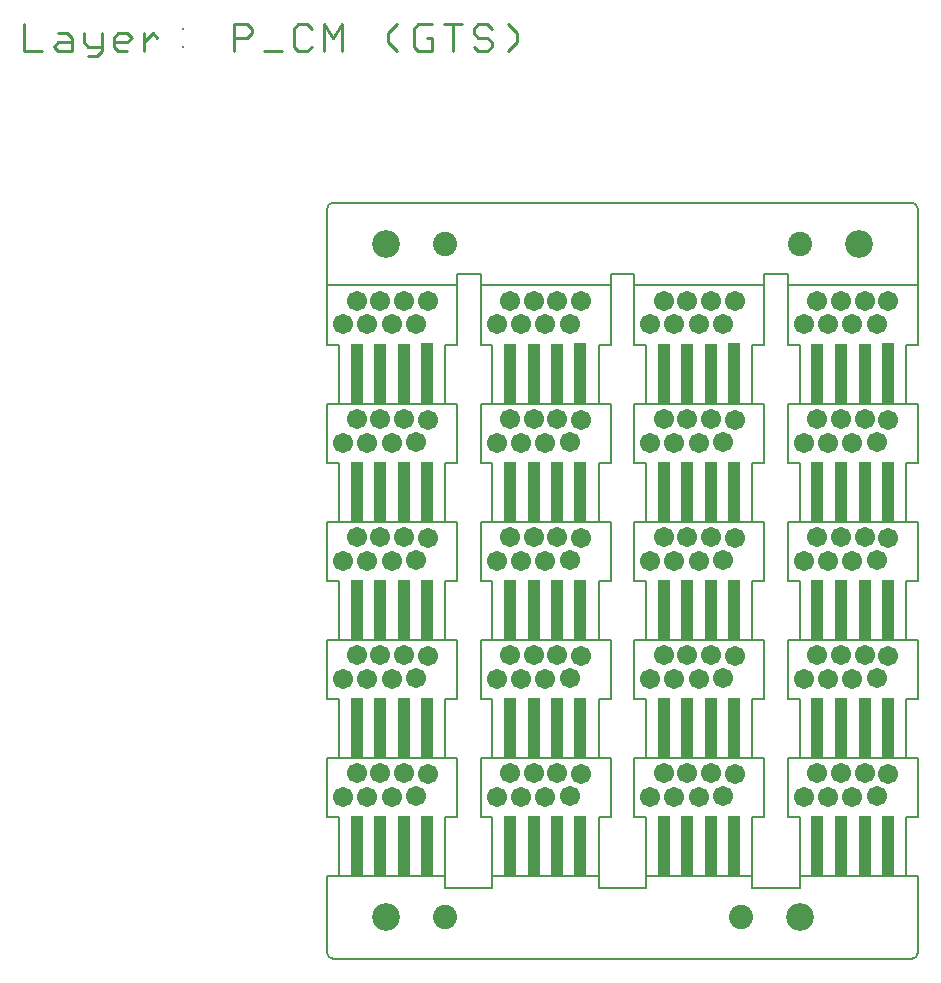
<source format=gts>
*
%FSTAX26Y26*%
%MOIN*%
%ADD10C,0.067055*%
%ADD11C,0.006000*%
%ADD12R,0.044370X0.201850*%
%ADD13C,0.080709*%
%ADD14C,0.092717*%
%ADD15C,0.010000*%
%IPPOS*%
%LNp_cm(gts)*%
%LPD*%
G75*
G54D10*
X00098425Y0061811D03*
X00133858Y0053937D03*
X00255906Y0061811D03*
X00297244Y00541339D03*
X00334646Y00616142D03*
X0005315Y0053937D03*
X00177165Y0061811D03*
X00214567Y0053937D03*
G54D11*
XY00472441D02*
X0003937D01*
Y00275591D01*
X00391732D01*
X00393701Y00277559D01*
Y00472441D01*
X00433071D01*
Y00669291D01*
XD01*
Y00472441D01*
G54D12*
X00098425Y00374016D03*
X00177165D03*
X00255906D03*
X00332677Y00375984D03*
G54D10*
X00098425Y01011811D03*
X00133858Y00933071D03*
X00255906Y01011811D03*
X00297244Y00935039D03*
X00334646Y01009843D03*
X0005315Y00933071D03*
X00177165Y01011811D03*
X00214567Y00933071D03*
G54D11*
XY00866142D02*
X0003937D01*
Y00669291D01*
X00391732D01*
X00393701Y0067126D01*
Y00866142D01*
X00433071D01*
Y01062992D01*
XD01*
Y00866142D01*
G54D12*
X00098425Y00767717D03*
X00177165D03*
X00255906D03*
X00332677Y00769685D03*
G54D10*
X00098425Y01405512D03*
X00133858Y01326772D03*
X00255906Y01405512D03*
X00297244Y0132874D03*
X00334646Y01403543D03*
X0005315Y01326772D03*
X00177165Y01405512D03*
X00214567Y01326772D03*
G54D11*
XY01259843D02*
X0003937D01*
Y01062992D01*
X00391732D01*
X00393701Y01064961D01*
Y01259843D01*
X00433071D01*
Y01456693D01*
XD01*
Y01259843D01*
G54D12*
X00098425Y01161417D03*
X00177165D03*
X00255906D03*
X00332677Y01163386D03*
G54D10*
X00098425Y01799213D03*
X00133858Y01720472D03*
X00255906Y01799213D03*
X00297244Y01722441D03*
X00334646Y01797244D03*
X0005315Y01720472D03*
X00177165Y01799213D03*
X00214567Y01720472D03*
G54D11*
XY01653543D02*
X0003937D01*
Y01456693D01*
X00391732D01*
X00393701Y01458661D01*
Y01653543D01*
X00433071D01*
Y01850394D01*
XD01*
Y01653543D01*
G54D12*
X00098425Y01555118D03*
X00177165D03*
X00255906D03*
X00332677Y01557087D03*
G54D10*
X00098425Y02192913D03*
X00133858Y02114173D03*
X00255906Y02192913D03*
X00297244Y02116142D03*
X00334646Y02190945D03*
X0005315Y02114173D03*
X00177165Y02192913D03*
X00214567Y02114173D03*
G54D11*
XY02047244D02*
X0003937D01*
Y01850394D01*
X00391732D01*
X00393701Y01852362D01*
Y02047244D01*
X00433071D01*
Y02244094D01*
XD01*
Y02047244D01*
G54D12*
X00098425Y01948819D03*
X00177165D03*
X00255906D03*
X00332677Y01950787D03*
G54D10*
X00610236Y0061811D03*
X00645669Y0053937D03*
X00767717Y0061811D03*
X00809055Y00541339D03*
X00846457Y00616142D03*
X00564961Y0053937D03*
X00688976Y0061811D03*
X00726378Y0053937D03*
G54D11*
X00511811Y00472441D02*
X00551181D01*
Y00275591D01*
X00903543D01*
X00905512Y00277559D01*
Y00472441D01*
X00944882D01*
Y00669291D01*
X00511811D01*
Y00472441D01*
G54D12*
X00610236Y00374016D03*
X00688976D03*
X00767717D03*
X00844488Y00375984D03*
G54D10*
X00610236Y01011811D03*
X00645669Y00933071D03*
X00767717Y01011811D03*
X00809055Y00935039D03*
X00846457Y01009843D03*
X00564961Y00933071D03*
X00688976Y01011811D03*
X00726378Y00933071D03*
G54D11*
X00511811Y00866142D02*
X00551181D01*
Y00669291D01*
X00903543D01*
X00905512Y0067126D01*
Y00866142D01*
X00944882D01*
Y01062992D01*
X00511811D01*
Y00866142D01*
G54D12*
X00610236Y00767717D03*
X00688976D03*
X00767717D03*
X00844488Y00769685D03*
G54D10*
X00610236Y01405512D03*
X00645669Y01326772D03*
X00767717Y01405512D03*
X00809055Y0132874D03*
X00846457Y01403543D03*
X00564961Y01326772D03*
X00688976Y01405512D03*
X00726378Y01326772D03*
G54D11*
X00511811Y01259843D02*
X00551181D01*
Y01062992D01*
X00903543D01*
X00905512Y01064961D01*
Y01259843D01*
X00944882D01*
Y01456693D01*
X00511811D01*
Y01259843D01*
G54D12*
X00610236Y01161417D03*
X00688976D03*
X00767717D03*
X00844488Y01163386D03*
G54D10*
X00610236Y01799213D03*
X00645669Y01720472D03*
X00767717Y01799213D03*
X00809055Y01722441D03*
X00846457Y01797244D03*
X00564961Y01720472D03*
X00688976Y01799213D03*
X00726378Y01720472D03*
G54D11*
X00511811Y01653543D02*
X00551181D01*
Y01456693D01*
X00903543D01*
X00905512Y01458661D01*
Y01653543D01*
X00944882D01*
Y01850394D01*
X00511811D01*
Y01653543D01*
G54D12*
X00610236Y01555118D03*
X00688976D03*
X00767717D03*
X00844488Y01557087D03*
G54D10*
X00610236Y02192913D03*
X00645669Y02114173D03*
X00767717Y02192913D03*
X00809055Y02116142D03*
X00846457Y02190945D03*
X00564961Y02114173D03*
X00688976Y02192913D03*
X00726378Y02114173D03*
G54D11*
X00511811Y02047244D02*
X00551181D01*
Y01850394D01*
X00903543D01*
X00905512Y01852362D01*
Y02047244D01*
X00944882D01*
Y02244094D01*
X00511811D01*
Y02047244D01*
G54D12*
X00610236Y01948819D03*
X00688976D03*
X00767717D03*
X00844488Y01950787D03*
G54D10*
X01122047Y0061811D03*
X0115748Y0053937D03*
X01279528Y0061811D03*
X01320866Y00541339D03*
X01358268Y00616142D03*
X01076772Y0053937D03*
X01200787Y0061811D03*
X01238189Y0053937D03*
G54D11*
X01023622Y00472441D02*
X01062992D01*
Y00275591D01*
X01415354D01*
X01417323Y00277559D01*
Y00472441D01*
X01456693D01*
Y00669291D01*
X01023622D01*
Y00472441D01*
G54D12*
X01122047Y00374016D03*
X01200787D03*
X01279528D03*
X01356299Y00375984D03*
G54D10*
X01122047Y01011811D03*
X0115748Y00933071D03*
X01279528Y01011811D03*
X01320866Y00935039D03*
X01358268Y01009843D03*
X01076772Y00933071D03*
X01200787Y01011811D03*
X01238189Y00933071D03*
G54D11*
X01023622Y00866142D02*
X01062992D01*
Y00669291D01*
X01415354D01*
X01417323Y0067126D01*
Y00866142D01*
X01456693D01*
Y01062992D01*
X01023622D01*
Y00866142D01*
G54D12*
X01122047Y00767717D03*
X01200787D03*
X01279528D03*
X01356299Y00769685D03*
G54D10*
X01122047Y01405512D03*
X0115748Y01326772D03*
X01279528Y01405512D03*
X01320866Y0132874D03*
X01358268Y01403543D03*
X01076772Y01326772D03*
X01200787Y01405512D03*
X01238189Y01326772D03*
G54D11*
X01023622Y01259843D02*
X01062992D01*
Y01062992D01*
X01415354D01*
X01417323Y01064961D01*
Y01259843D01*
X01456693D01*
Y01456693D01*
X01023622D01*
Y01259843D01*
G54D12*
X01122047Y01161417D03*
X01200787D03*
X01279528D03*
X01356299Y01163386D03*
G54D10*
X01122047Y01799213D03*
X0115748Y01720472D03*
X01279528Y01799213D03*
X01320866Y01722441D03*
X01358268Y01797244D03*
X01076772Y01720472D03*
X01200787Y01799213D03*
X01238189Y01720472D03*
G54D11*
X01023622Y01653543D02*
X01062992D01*
Y01456693D01*
X01415354D01*
X01417323Y01458661D01*
Y01653543D01*
X01456693D01*
Y01850394D01*
X01023622D01*
Y01653543D01*
G54D12*
X01122047Y01555118D03*
X01200787D03*
X01279528D03*
X01356299Y01557087D03*
G54D10*
X01122047Y02192913D03*
X0115748Y02114173D03*
X01279528Y02192913D03*
X01320866Y02116142D03*
X01358268Y02190945D03*
X01076772Y02114173D03*
X01200787Y02192913D03*
X01238189Y02114173D03*
G54D11*
X01023622Y02047244D02*
X01062992D01*
Y01850394D01*
X01415354D01*
X01417323Y01852362D01*
Y02047244D01*
X01456693D01*
Y02244094D01*
X01023622D01*
Y02047244D01*
G54D12*
X01122047Y01948819D03*
X01200787D03*
X01279528D03*
X01356299Y01950787D03*
G54D10*
X01633858Y0061811D03*
X01669291Y0053937D03*
X01791339Y0061811D03*
X01832677Y00541339D03*
X01870079Y00616142D03*
X01588583Y0053937D03*
X01712598Y0061811D03*
X0175Y0053937D03*
G54D11*
X01535433Y00472441D02*
X01574803D01*
Y00275591D01*
X01927165D01*
X01929134Y00277559D01*
Y00472441D01*
X01968504D01*
Y00669291D01*
X01535433D01*
Y00472441D01*
G54D12*
X01633858Y00374016D03*
X01712598D03*
X01791339D03*
X0186811Y00375984D03*
G54D10*
X01633858Y01011811D03*
X01669291Y00933071D03*
X01791339Y01011811D03*
X01832677Y00935039D03*
X01870079Y01009843D03*
X01588583Y00933071D03*
X01712598Y01011811D03*
X0175Y00933071D03*
G54D11*
X01535433Y00866142D02*
X01574803D01*
Y00669291D01*
X01927165D01*
X01929134Y0067126D01*
Y00866142D01*
X01968504D01*
Y01062992D01*
X01535433D01*
Y00866142D01*
G54D12*
X01633858Y00767717D03*
X01712598D03*
X01791339D03*
X0186811Y00769685D03*
G54D10*
X01633858Y01405512D03*
X01669291Y01326772D03*
X01791339Y01405512D03*
X01832677Y0132874D03*
X01870079Y01403543D03*
X01588583Y01326772D03*
X01712598Y01405512D03*
X0175Y01326772D03*
G54D11*
X01535433Y01259843D02*
X01574803D01*
Y01062992D01*
X01927165D01*
X01929134Y01064961D01*
Y01259843D01*
X01968504D01*
Y01456693D01*
X01535433D01*
Y01259843D01*
G54D12*
X01633858Y01161417D03*
X01712598D03*
X01791339D03*
X0186811Y01163386D03*
G54D10*
X01633858Y01799213D03*
X01669291Y01720472D03*
X01791339Y01799213D03*
X01832677Y01722441D03*
X01870079Y01797244D03*
X01588583Y01720472D03*
X01712598Y01799213D03*
X0175Y01720472D03*
G54D11*
X01535433Y01653543D02*
X01574803D01*
Y01456693D01*
X01927165D01*
X01929134Y01458661D01*
Y01653543D01*
X01968504D01*
Y01850394D01*
X01535433D01*
Y01653543D01*
G54D12*
X01633858Y01555118D03*
X01712598D03*
X01791339D03*
X0186811Y01557087D03*
G54D10*
X01633858Y02192913D03*
X01669291Y02114173D03*
X01791339Y02192913D03*
X01832677Y02116142D03*
X01870079Y02190945D03*
X01588583Y02114173D03*
X01712598Y02192913D03*
X0175Y02114173D03*
G54D11*
X01535433Y02047244D02*
X01574803D01*
Y01850394D01*
X01927165D01*
X01929134Y01852362D01*
Y02047244D01*
X01968504D01*
Y02244094D01*
X01535433D01*
Y02047244D01*
G54D12*
X01633858Y01948819D03*
X01712598D03*
X01791339D03*
X0186811Y01950787D03*
G54D13*
X00393701Y00137795D03*
X01377953D03*
X00393701Y0238189D03*
X01574803D03*
G54D14*
X0019685Y00137795D03*
X01574803D03*
X0019685Y0238189D03*
X01771654D03*
G54D11*
X00019685YD02*
X01948819D01*
X01968504Y00019685D02*
Y00275591D01*
X01574803D01*
XD02*
Y00019685D01*
Y02244094D02*
X00433071D01*
X01968504D02*
Y025D01*
X01948819Y02519685D02*
X00019685D01*
XY025D02*
Y02244094D01*
X00433071D02*
Y02283465D01*
X00511811Y02244094D02*
Y02283465D01*
X00433071D02*
X00511811D01*
X00393701Y00277559D02*
Y0023622D01*
X00551181Y00275591D02*
Y0023622D01*
X00393701D02*
X00551181D01*
X00905512Y00277559D02*
Y0023622D01*
X01062992Y00275591D02*
Y0023622D01*
X00905512D02*
X01062992D01*
X01417323Y00277559D02*
Y0023622D01*
X01574803Y00275591D02*
Y0023622D01*
X01417323D02*
X01574803D01*
X00944882Y02244094D02*
Y02283465D01*
X01023622Y02244094D02*
Y02283465D01*
X00944882D02*
X01023622D01*
X01456693Y02244094D02*
Y02283465D01*
X01535433Y02244094D02*
Y02283465D01*
X01456693D02*
X01535433D01*
X00511811Y02244094D02*
X00944882D01*
X01023622D02*
X01456693D01*
X01535433D02*
X01968504D01*
X01417323Y00275591D02*
X01062992D01*
X00905512D02*
X00551181D01*
X00393701D02*
XD01*
X00019685Y02519685D02*
G03XY025IJ-00019685D01*
X01948819Y02519685D02*
G02X01968504Y025IJ-00019685D01*
Y00019685D02*
G02X01948819YI-00019685JD01*
XY00019685D02*
G03X00019685YI00019685JD01*
G54D15*
X-01010749Y03114089D02*
G01Y03024685D01*
X-00951146D01*
X-00895848Y03084288D02*
X-00866047D01*
X-00851146Y03069387D01*
Y03024685D01*
X-00895848D01*
X-00910749Y03039586D01*
X-00895848Y03054486D01*
X-00851146D01*
X-00810749Y03084288D02*
Y03054486D01*
X-00795848Y03039586D01*
X-00751146D01*
Y03084288D02*
Y03024685D01*
X-00766047Y03009784D01*
X-00795848D01*
X-00666047Y03024685D02*
X-00695848D01*
X-00710749Y03039586D01*
Y03069387D01*
X-00695848Y03084288D01*
X-00666047D01*
X-00651146Y03069387D01*
X-00666047Y03054486D01*
X-00710749D01*
X-00610749Y03084288D02*
Y03024685D01*
Y03054486D02*
X-00580948Y03084288D01*
X-00566047Y03069387D01*
X-00480948Y03039586D03*
Y03099188D03*
X-00310749Y03024685D02*
Y03114089D01*
X-00266047D01*
X-00251146Y03099188D01*
Y03084288D01*
X-00266047Y03069387D01*
X-00310749D01*
X-00210749Y03024685D02*
X-00151146D01*
X-00051146Y03039586D02*
X-00066047Y03024685D01*
X-00095848D01*
X-00110749Y03039586D01*
Y03099188D01*
X-00095848Y03114089D01*
X-00066047D01*
X-00051146Y03099188D01*
X-00010749Y03024685D02*
Y03114089D01*
X00019052Y03069387D01*
X00048854Y03114089D01*
Y03024685D01*
X00233953D02*
X00204152Y03054486D01*
Y03084288D01*
X00233953Y03114089D01*
X00304152D02*
X00348854D01*
X00304152D02*
X00289251Y03099188D01*
Y03039586D01*
X00304152Y03024685D01*
X00348854D01*
Y03069387D01*
X00333953D01*
X00389251Y03114089D02*
X00448854D01*
X00419052D02*
Y03024685D01*
X00489251Y03039586D02*
X00504152Y03024685D01*
X00533953D01*
X00548854Y03039586D01*
Y03054486D01*
X00533953Y03069387D01*
X00504152D01*
X00489251Y03084288D01*
Y03099188D01*
X00504152Y03114089D01*
X00533953D01*
X00548854Y03099188D01*
X00604152Y03024685D02*
X00633953Y03054486D01*
Y03084288D01*
X00604152Y03114089D01*
M02*

</source>
